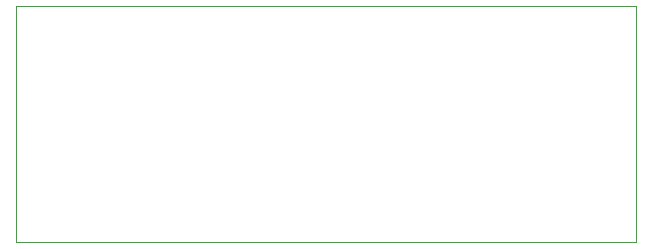
<source format=gbr>
%TF.GenerationSoftware,KiCad,Pcbnew,7.0.10+1*%
%TF.CreationDate,2024-03-12T10:53:23+01:00*%
%TF.ProjectId,IR-sensor,49522d73-656e-4736-9f72-2e6b69636164,rev?*%
%TF.SameCoordinates,Original*%
%TF.FileFunction,Profile,NP*%
%FSLAX46Y46*%
G04 Gerber Fmt 4.6, Leading zero omitted, Abs format (unit mm)*
G04 Created by KiCad (PCBNEW 7.0.10+1) date 2024-03-12 10:53:23*
%MOMM*%
%LPD*%
G01*
G04 APERTURE LIST*
%TA.AperFunction,Profile*%
%ADD10C,0.100000*%
%TD*%
G04 APERTURE END LIST*
D10*
X50000000Y-50000000D02*
X102500000Y-50000000D01*
X102500000Y-70000000D01*
X50000000Y-70000000D01*
X50000000Y-50000000D01*
M02*

</source>
